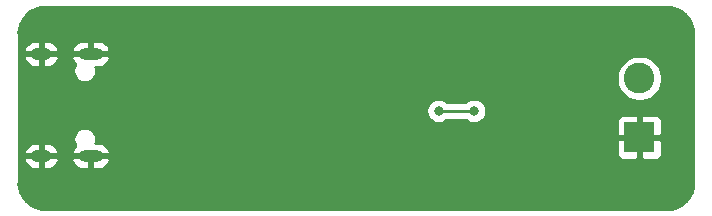
<source format=gbl>
%TF.GenerationSoftware,KiCad,Pcbnew,5.1.9*%
%TF.CreationDate,2021-04-29T00:15:12+02:00*%
%TF.ProjectId,headphoneswitch,68656164-7068-46f6-9e65-737769746368,rev?*%
%TF.SameCoordinates,Original*%
%TF.FileFunction,Copper,L2,Bot*%
%TF.FilePolarity,Positive*%
%FSLAX46Y46*%
G04 Gerber Fmt 4.6, Leading zero omitted, Abs format (unit mm)*
G04 Created by KiCad (PCBNEW 5.1.9) date 2021-04-29 00:15:12*
%MOMM*%
%LPD*%
G01*
G04 APERTURE LIST*
%TA.AperFunction,ComponentPad*%
%ADD10C,2.600000*%
%TD*%
%TA.AperFunction,ComponentPad*%
%ADD11R,2.600000X2.600000*%
%TD*%
%TA.AperFunction,ComponentPad*%
%ADD12O,2.100000X1.000000*%
%TD*%
%TA.AperFunction,ComponentPad*%
%ADD13O,1.800000X1.000000*%
%TD*%
%TA.AperFunction,ViaPad*%
%ADD14C,0.800000*%
%TD*%
%TA.AperFunction,Conductor*%
%ADD15C,0.250000*%
%TD*%
%TA.AperFunction,Conductor*%
%ADD16C,0.254000*%
%TD*%
%TA.AperFunction,Conductor*%
%ADD17C,0.100000*%
%TD*%
G04 APERTURE END LIST*
D10*
%TO.P,J2,2*%
%TO.N,Net-(J2-Pad2)*%
X162000000Y-59000000D03*
D11*
%TO.P,J2,1*%
%TO.N,GND*%
X162000000Y-64000000D03*
%TD*%
D12*
%TO.P,J1,S1*%
%TO.N,GND*%
X115530000Y-56930000D03*
X115530000Y-65570000D03*
D13*
X111350000Y-56930000D03*
X111350000Y-65570000D03*
%TD*%
D14*
%TO.N,GND*%
X119750000Y-64750000D03*
X126000000Y-57500000D03*
X124250000Y-69000000D03*
X130750000Y-61000000D03*
X153000000Y-59000000D03*
X134000000Y-65749988D03*
X137250000Y-57750000D03*
X132250000Y-57750000D03*
%TO.N,/RESET*%
X147999998Y-61750000D03*
X145000000Y-61750000D03*
%TD*%
D15*
%TO.N,/RESET*%
X145000000Y-61750000D02*
X147999998Y-61750000D01*
%TD*%
D16*
%TO.N,GND*%
X111716353Y-52935000D02*
X164283647Y-52935000D01*
X164377955Y-52925711D01*
X164703893Y-52957670D01*
X165140498Y-53089489D01*
X165543185Y-53303600D01*
X165896612Y-53591848D01*
X166187327Y-53943261D01*
X166404242Y-54344439D01*
X166539106Y-54780113D01*
X166574654Y-55118335D01*
X166565000Y-55216354D01*
X166565001Y-67783647D01*
X166574289Y-67877950D01*
X166542330Y-68203894D01*
X166410512Y-68640497D01*
X166196399Y-69043186D01*
X165908150Y-69396613D01*
X165556739Y-69687327D01*
X165155564Y-69904240D01*
X164719886Y-70039106D01*
X164235664Y-70090000D01*
X111782279Y-70090000D01*
X111296106Y-70042330D01*
X110859503Y-69910512D01*
X110456814Y-69696399D01*
X110103387Y-69408150D01*
X109812673Y-69056739D01*
X109595760Y-68655564D01*
X109460894Y-68219886D01*
X109425346Y-67881668D01*
X109435000Y-67783647D01*
X109435000Y-65871874D01*
X109855881Y-65871874D01*
X109935724Y-66094976D01*
X110057631Y-66282764D01*
X110213831Y-66443161D01*
X110398322Y-66570003D01*
X110604013Y-66658415D01*
X110823000Y-66705000D01*
X111223000Y-66705000D01*
X111223000Y-65697000D01*
X111477000Y-65697000D01*
X111477000Y-66705000D01*
X111877000Y-66705000D01*
X112095987Y-66658415D01*
X112301678Y-66570003D01*
X112486169Y-66443161D01*
X112642369Y-66282764D01*
X112764276Y-66094976D01*
X112844119Y-65871874D01*
X113885881Y-65871874D01*
X113965724Y-66094976D01*
X114087631Y-66282764D01*
X114243831Y-66443161D01*
X114428322Y-66570003D01*
X114634013Y-66658415D01*
X114853000Y-66705000D01*
X115403000Y-66705000D01*
X115403000Y-65697000D01*
X115657000Y-65697000D01*
X115657000Y-66705000D01*
X116207000Y-66705000D01*
X116425987Y-66658415D01*
X116631678Y-66570003D01*
X116816169Y-66443161D01*
X116972369Y-66282764D01*
X117094276Y-66094976D01*
X117174119Y-65871874D01*
X117047954Y-65697000D01*
X115657000Y-65697000D01*
X115403000Y-65697000D01*
X114012046Y-65697000D01*
X113885881Y-65871874D01*
X112844119Y-65871874D01*
X112717954Y-65697000D01*
X111477000Y-65697000D01*
X111223000Y-65697000D01*
X109982046Y-65697000D01*
X109855881Y-65871874D01*
X109435000Y-65871874D01*
X109435000Y-65268126D01*
X109855881Y-65268126D01*
X109982046Y-65443000D01*
X111223000Y-65443000D01*
X111223000Y-64435000D01*
X111477000Y-64435000D01*
X111477000Y-65443000D01*
X112717954Y-65443000D01*
X112844119Y-65268126D01*
X113885881Y-65268126D01*
X114012046Y-65443000D01*
X115403000Y-65443000D01*
X115403000Y-65423000D01*
X115657000Y-65423000D01*
X115657000Y-65443000D01*
X117047954Y-65443000D01*
X117151123Y-65300000D01*
X160061928Y-65300000D01*
X160074188Y-65424482D01*
X160110498Y-65544180D01*
X160169463Y-65654494D01*
X160248815Y-65751185D01*
X160345506Y-65830537D01*
X160455820Y-65889502D01*
X160575518Y-65925812D01*
X160700000Y-65938072D01*
X161714250Y-65935000D01*
X161873000Y-65776250D01*
X161873000Y-64127000D01*
X162127000Y-64127000D01*
X162127000Y-65776250D01*
X162285750Y-65935000D01*
X163300000Y-65938072D01*
X163424482Y-65925812D01*
X163544180Y-65889502D01*
X163654494Y-65830537D01*
X163751185Y-65751185D01*
X163830537Y-65654494D01*
X163889502Y-65544180D01*
X163925812Y-65424482D01*
X163938072Y-65300000D01*
X163935000Y-64285750D01*
X163776250Y-64127000D01*
X162127000Y-64127000D01*
X161873000Y-64127000D01*
X160223750Y-64127000D01*
X160065000Y-64285750D01*
X160061928Y-65300000D01*
X117151123Y-65300000D01*
X117174119Y-65268126D01*
X117094276Y-65045024D01*
X116972369Y-64857236D01*
X116816169Y-64696839D01*
X116631678Y-64569997D01*
X116425987Y-64481585D01*
X116207000Y-64435000D01*
X115946904Y-64435000D01*
X115953108Y-64420022D01*
X115990000Y-64234552D01*
X115990000Y-64045448D01*
X115953108Y-63859978D01*
X115880741Y-63685269D01*
X115775681Y-63528036D01*
X115641964Y-63394319D01*
X115484731Y-63289259D01*
X115310022Y-63216892D01*
X115124552Y-63180000D01*
X114935448Y-63180000D01*
X114749978Y-63216892D01*
X114575269Y-63289259D01*
X114418036Y-63394319D01*
X114284319Y-63528036D01*
X114179259Y-63685269D01*
X114106892Y-63859978D01*
X114070000Y-64045448D01*
X114070000Y-64234552D01*
X114106892Y-64420022D01*
X114179259Y-64594731D01*
X114246335Y-64695117D01*
X114243831Y-64696839D01*
X114087631Y-64857236D01*
X113965724Y-65045024D01*
X113885881Y-65268126D01*
X112844119Y-65268126D01*
X112764276Y-65045024D01*
X112642369Y-64857236D01*
X112486169Y-64696839D01*
X112301678Y-64569997D01*
X112095987Y-64481585D01*
X111877000Y-64435000D01*
X111477000Y-64435000D01*
X111223000Y-64435000D01*
X110823000Y-64435000D01*
X110604013Y-64481585D01*
X110398322Y-64569997D01*
X110213831Y-64696839D01*
X110057631Y-64857236D01*
X109935724Y-65045024D01*
X109855881Y-65268126D01*
X109435000Y-65268126D01*
X109435000Y-61648061D01*
X143965000Y-61648061D01*
X143965000Y-61851939D01*
X144004774Y-62051898D01*
X144082795Y-62240256D01*
X144196063Y-62409774D01*
X144340226Y-62553937D01*
X144509744Y-62667205D01*
X144698102Y-62745226D01*
X144898061Y-62785000D01*
X145101939Y-62785000D01*
X145301898Y-62745226D01*
X145490256Y-62667205D01*
X145659774Y-62553937D01*
X145703711Y-62510000D01*
X147296287Y-62510000D01*
X147340224Y-62553937D01*
X147509742Y-62667205D01*
X147698100Y-62745226D01*
X147898059Y-62785000D01*
X148101937Y-62785000D01*
X148301896Y-62745226D01*
X148411080Y-62700000D01*
X160061928Y-62700000D01*
X160065000Y-63714250D01*
X160223750Y-63873000D01*
X161873000Y-63873000D01*
X161873000Y-62223750D01*
X162127000Y-62223750D01*
X162127000Y-63873000D01*
X163776250Y-63873000D01*
X163935000Y-63714250D01*
X163938072Y-62700000D01*
X163925812Y-62575518D01*
X163889502Y-62455820D01*
X163830537Y-62345506D01*
X163751185Y-62248815D01*
X163654494Y-62169463D01*
X163544180Y-62110498D01*
X163424482Y-62074188D01*
X163300000Y-62061928D01*
X162285750Y-62065000D01*
X162127000Y-62223750D01*
X161873000Y-62223750D01*
X161714250Y-62065000D01*
X160700000Y-62061928D01*
X160575518Y-62074188D01*
X160455820Y-62110498D01*
X160345506Y-62169463D01*
X160248815Y-62248815D01*
X160169463Y-62345506D01*
X160110498Y-62455820D01*
X160074188Y-62575518D01*
X160061928Y-62700000D01*
X148411080Y-62700000D01*
X148490254Y-62667205D01*
X148659772Y-62553937D01*
X148803935Y-62409774D01*
X148917203Y-62240256D01*
X148995224Y-62051898D01*
X149034998Y-61851939D01*
X149034998Y-61648061D01*
X148995224Y-61448102D01*
X148917203Y-61259744D01*
X148803935Y-61090226D01*
X148659772Y-60946063D01*
X148490254Y-60832795D01*
X148301896Y-60754774D01*
X148101937Y-60715000D01*
X147898059Y-60715000D01*
X147698100Y-60754774D01*
X147509742Y-60832795D01*
X147340224Y-60946063D01*
X147296287Y-60990000D01*
X145703711Y-60990000D01*
X145659774Y-60946063D01*
X145490256Y-60832795D01*
X145301898Y-60754774D01*
X145101939Y-60715000D01*
X144898061Y-60715000D01*
X144698102Y-60754774D01*
X144509744Y-60832795D01*
X144340226Y-60946063D01*
X144196063Y-61090226D01*
X144082795Y-61259744D01*
X144004774Y-61448102D01*
X143965000Y-61648061D01*
X109435000Y-61648061D01*
X109435000Y-57231874D01*
X109855881Y-57231874D01*
X109935724Y-57454976D01*
X110057631Y-57642764D01*
X110213831Y-57803161D01*
X110398322Y-57930003D01*
X110604013Y-58018415D01*
X110823000Y-58065000D01*
X111223000Y-58065000D01*
X111223000Y-57057000D01*
X111477000Y-57057000D01*
X111477000Y-58065000D01*
X111877000Y-58065000D01*
X112095987Y-58018415D01*
X112301678Y-57930003D01*
X112486169Y-57803161D01*
X112642369Y-57642764D01*
X112764276Y-57454976D01*
X112844119Y-57231874D01*
X113885881Y-57231874D01*
X113965724Y-57454976D01*
X114087631Y-57642764D01*
X114243831Y-57803161D01*
X114246335Y-57804883D01*
X114179259Y-57905269D01*
X114106892Y-58079978D01*
X114070000Y-58265448D01*
X114070000Y-58454552D01*
X114106892Y-58640022D01*
X114179259Y-58814731D01*
X114284319Y-58971964D01*
X114418036Y-59105681D01*
X114575269Y-59210741D01*
X114749978Y-59283108D01*
X114935448Y-59320000D01*
X115124552Y-59320000D01*
X115310022Y-59283108D01*
X115484731Y-59210741D01*
X115641964Y-59105681D01*
X115775681Y-58971964D01*
X115880741Y-58814731D01*
X115882941Y-58809419D01*
X160065000Y-58809419D01*
X160065000Y-59190581D01*
X160139361Y-59564419D01*
X160285225Y-59916566D01*
X160496987Y-60233491D01*
X160766509Y-60503013D01*
X161083434Y-60714775D01*
X161435581Y-60860639D01*
X161809419Y-60935000D01*
X162190581Y-60935000D01*
X162564419Y-60860639D01*
X162916566Y-60714775D01*
X163233491Y-60503013D01*
X163503013Y-60233491D01*
X163714775Y-59916566D01*
X163860639Y-59564419D01*
X163935000Y-59190581D01*
X163935000Y-58809419D01*
X163860639Y-58435581D01*
X163714775Y-58083434D01*
X163503013Y-57766509D01*
X163233491Y-57496987D01*
X162916566Y-57285225D01*
X162564419Y-57139361D01*
X162190581Y-57065000D01*
X161809419Y-57065000D01*
X161435581Y-57139361D01*
X161083434Y-57285225D01*
X160766509Y-57496987D01*
X160496987Y-57766509D01*
X160285225Y-58083434D01*
X160139361Y-58435581D01*
X160065000Y-58809419D01*
X115882941Y-58809419D01*
X115953108Y-58640022D01*
X115990000Y-58454552D01*
X115990000Y-58265448D01*
X115953108Y-58079978D01*
X115946904Y-58065000D01*
X116207000Y-58065000D01*
X116425987Y-58018415D01*
X116631678Y-57930003D01*
X116816169Y-57803161D01*
X116972369Y-57642764D01*
X117094276Y-57454976D01*
X117174119Y-57231874D01*
X117047954Y-57057000D01*
X115657000Y-57057000D01*
X115657000Y-57077000D01*
X115403000Y-57077000D01*
X115403000Y-57057000D01*
X114012046Y-57057000D01*
X113885881Y-57231874D01*
X112844119Y-57231874D01*
X112717954Y-57057000D01*
X111477000Y-57057000D01*
X111223000Y-57057000D01*
X109982046Y-57057000D01*
X109855881Y-57231874D01*
X109435000Y-57231874D01*
X109435000Y-56628126D01*
X109855881Y-56628126D01*
X109982046Y-56803000D01*
X111223000Y-56803000D01*
X111223000Y-55795000D01*
X111477000Y-55795000D01*
X111477000Y-56803000D01*
X112717954Y-56803000D01*
X112844119Y-56628126D01*
X113885881Y-56628126D01*
X114012046Y-56803000D01*
X115403000Y-56803000D01*
X115403000Y-55795000D01*
X115657000Y-55795000D01*
X115657000Y-56803000D01*
X117047954Y-56803000D01*
X117174119Y-56628126D01*
X117094276Y-56405024D01*
X116972369Y-56217236D01*
X116816169Y-56056839D01*
X116631678Y-55929997D01*
X116425987Y-55841585D01*
X116207000Y-55795000D01*
X115657000Y-55795000D01*
X115403000Y-55795000D01*
X114853000Y-55795000D01*
X114634013Y-55841585D01*
X114428322Y-55929997D01*
X114243831Y-56056839D01*
X114087631Y-56217236D01*
X113965724Y-56405024D01*
X113885881Y-56628126D01*
X112844119Y-56628126D01*
X112764276Y-56405024D01*
X112642369Y-56217236D01*
X112486169Y-56056839D01*
X112301678Y-55929997D01*
X112095987Y-55841585D01*
X111877000Y-55795000D01*
X111477000Y-55795000D01*
X111223000Y-55795000D01*
X110823000Y-55795000D01*
X110604013Y-55841585D01*
X110398322Y-55929997D01*
X110213831Y-56056839D01*
X110057631Y-56217236D01*
X109935724Y-56405024D01*
X109855881Y-56628126D01*
X109435000Y-56628126D01*
X109435000Y-55216353D01*
X109425711Y-55122045D01*
X109457670Y-54796107D01*
X109589489Y-54359502D01*
X109803600Y-53956815D01*
X110091848Y-53603388D01*
X110443261Y-53312673D01*
X110844439Y-53095758D01*
X111280113Y-52960894D01*
X111618335Y-52925346D01*
X111716353Y-52935000D01*
%TA.AperFunction,Conductor*%
D17*
G36*
X111716353Y-52935000D02*
G01*
X164283647Y-52935000D01*
X164377955Y-52925711D01*
X164703893Y-52957670D01*
X165140498Y-53089489D01*
X165543185Y-53303600D01*
X165896612Y-53591848D01*
X166187327Y-53943261D01*
X166404242Y-54344439D01*
X166539106Y-54780113D01*
X166574654Y-55118335D01*
X166565000Y-55216354D01*
X166565001Y-67783647D01*
X166574289Y-67877950D01*
X166542330Y-68203894D01*
X166410512Y-68640497D01*
X166196399Y-69043186D01*
X165908150Y-69396613D01*
X165556739Y-69687327D01*
X165155564Y-69904240D01*
X164719886Y-70039106D01*
X164235664Y-70090000D01*
X111782279Y-70090000D01*
X111296106Y-70042330D01*
X110859503Y-69910512D01*
X110456814Y-69696399D01*
X110103387Y-69408150D01*
X109812673Y-69056739D01*
X109595760Y-68655564D01*
X109460894Y-68219886D01*
X109425346Y-67881668D01*
X109435000Y-67783647D01*
X109435000Y-65871874D01*
X109855881Y-65871874D01*
X109935724Y-66094976D01*
X110057631Y-66282764D01*
X110213831Y-66443161D01*
X110398322Y-66570003D01*
X110604013Y-66658415D01*
X110823000Y-66705000D01*
X111223000Y-66705000D01*
X111223000Y-65697000D01*
X111477000Y-65697000D01*
X111477000Y-66705000D01*
X111877000Y-66705000D01*
X112095987Y-66658415D01*
X112301678Y-66570003D01*
X112486169Y-66443161D01*
X112642369Y-66282764D01*
X112764276Y-66094976D01*
X112844119Y-65871874D01*
X113885881Y-65871874D01*
X113965724Y-66094976D01*
X114087631Y-66282764D01*
X114243831Y-66443161D01*
X114428322Y-66570003D01*
X114634013Y-66658415D01*
X114853000Y-66705000D01*
X115403000Y-66705000D01*
X115403000Y-65697000D01*
X115657000Y-65697000D01*
X115657000Y-66705000D01*
X116207000Y-66705000D01*
X116425987Y-66658415D01*
X116631678Y-66570003D01*
X116816169Y-66443161D01*
X116972369Y-66282764D01*
X117094276Y-66094976D01*
X117174119Y-65871874D01*
X117047954Y-65697000D01*
X115657000Y-65697000D01*
X115403000Y-65697000D01*
X114012046Y-65697000D01*
X113885881Y-65871874D01*
X112844119Y-65871874D01*
X112717954Y-65697000D01*
X111477000Y-65697000D01*
X111223000Y-65697000D01*
X109982046Y-65697000D01*
X109855881Y-65871874D01*
X109435000Y-65871874D01*
X109435000Y-65268126D01*
X109855881Y-65268126D01*
X109982046Y-65443000D01*
X111223000Y-65443000D01*
X111223000Y-64435000D01*
X111477000Y-64435000D01*
X111477000Y-65443000D01*
X112717954Y-65443000D01*
X112844119Y-65268126D01*
X113885881Y-65268126D01*
X114012046Y-65443000D01*
X115403000Y-65443000D01*
X115403000Y-65423000D01*
X115657000Y-65423000D01*
X115657000Y-65443000D01*
X117047954Y-65443000D01*
X117151123Y-65300000D01*
X160061928Y-65300000D01*
X160074188Y-65424482D01*
X160110498Y-65544180D01*
X160169463Y-65654494D01*
X160248815Y-65751185D01*
X160345506Y-65830537D01*
X160455820Y-65889502D01*
X160575518Y-65925812D01*
X160700000Y-65938072D01*
X161714250Y-65935000D01*
X161873000Y-65776250D01*
X161873000Y-64127000D01*
X162127000Y-64127000D01*
X162127000Y-65776250D01*
X162285750Y-65935000D01*
X163300000Y-65938072D01*
X163424482Y-65925812D01*
X163544180Y-65889502D01*
X163654494Y-65830537D01*
X163751185Y-65751185D01*
X163830537Y-65654494D01*
X163889502Y-65544180D01*
X163925812Y-65424482D01*
X163938072Y-65300000D01*
X163935000Y-64285750D01*
X163776250Y-64127000D01*
X162127000Y-64127000D01*
X161873000Y-64127000D01*
X160223750Y-64127000D01*
X160065000Y-64285750D01*
X160061928Y-65300000D01*
X117151123Y-65300000D01*
X117174119Y-65268126D01*
X117094276Y-65045024D01*
X116972369Y-64857236D01*
X116816169Y-64696839D01*
X116631678Y-64569997D01*
X116425987Y-64481585D01*
X116207000Y-64435000D01*
X115946904Y-64435000D01*
X115953108Y-64420022D01*
X115990000Y-64234552D01*
X115990000Y-64045448D01*
X115953108Y-63859978D01*
X115880741Y-63685269D01*
X115775681Y-63528036D01*
X115641964Y-63394319D01*
X115484731Y-63289259D01*
X115310022Y-63216892D01*
X115124552Y-63180000D01*
X114935448Y-63180000D01*
X114749978Y-63216892D01*
X114575269Y-63289259D01*
X114418036Y-63394319D01*
X114284319Y-63528036D01*
X114179259Y-63685269D01*
X114106892Y-63859978D01*
X114070000Y-64045448D01*
X114070000Y-64234552D01*
X114106892Y-64420022D01*
X114179259Y-64594731D01*
X114246335Y-64695117D01*
X114243831Y-64696839D01*
X114087631Y-64857236D01*
X113965724Y-65045024D01*
X113885881Y-65268126D01*
X112844119Y-65268126D01*
X112764276Y-65045024D01*
X112642369Y-64857236D01*
X112486169Y-64696839D01*
X112301678Y-64569997D01*
X112095987Y-64481585D01*
X111877000Y-64435000D01*
X111477000Y-64435000D01*
X111223000Y-64435000D01*
X110823000Y-64435000D01*
X110604013Y-64481585D01*
X110398322Y-64569997D01*
X110213831Y-64696839D01*
X110057631Y-64857236D01*
X109935724Y-65045024D01*
X109855881Y-65268126D01*
X109435000Y-65268126D01*
X109435000Y-61648061D01*
X143965000Y-61648061D01*
X143965000Y-61851939D01*
X144004774Y-62051898D01*
X144082795Y-62240256D01*
X144196063Y-62409774D01*
X144340226Y-62553937D01*
X144509744Y-62667205D01*
X144698102Y-62745226D01*
X144898061Y-62785000D01*
X145101939Y-62785000D01*
X145301898Y-62745226D01*
X145490256Y-62667205D01*
X145659774Y-62553937D01*
X145703711Y-62510000D01*
X147296287Y-62510000D01*
X147340224Y-62553937D01*
X147509742Y-62667205D01*
X147698100Y-62745226D01*
X147898059Y-62785000D01*
X148101937Y-62785000D01*
X148301896Y-62745226D01*
X148411080Y-62700000D01*
X160061928Y-62700000D01*
X160065000Y-63714250D01*
X160223750Y-63873000D01*
X161873000Y-63873000D01*
X161873000Y-62223750D01*
X162127000Y-62223750D01*
X162127000Y-63873000D01*
X163776250Y-63873000D01*
X163935000Y-63714250D01*
X163938072Y-62700000D01*
X163925812Y-62575518D01*
X163889502Y-62455820D01*
X163830537Y-62345506D01*
X163751185Y-62248815D01*
X163654494Y-62169463D01*
X163544180Y-62110498D01*
X163424482Y-62074188D01*
X163300000Y-62061928D01*
X162285750Y-62065000D01*
X162127000Y-62223750D01*
X161873000Y-62223750D01*
X161714250Y-62065000D01*
X160700000Y-62061928D01*
X160575518Y-62074188D01*
X160455820Y-62110498D01*
X160345506Y-62169463D01*
X160248815Y-62248815D01*
X160169463Y-62345506D01*
X160110498Y-62455820D01*
X160074188Y-62575518D01*
X160061928Y-62700000D01*
X148411080Y-62700000D01*
X148490254Y-62667205D01*
X148659772Y-62553937D01*
X148803935Y-62409774D01*
X148917203Y-62240256D01*
X148995224Y-62051898D01*
X149034998Y-61851939D01*
X149034998Y-61648061D01*
X148995224Y-61448102D01*
X148917203Y-61259744D01*
X148803935Y-61090226D01*
X148659772Y-60946063D01*
X148490254Y-60832795D01*
X148301896Y-60754774D01*
X148101937Y-60715000D01*
X147898059Y-60715000D01*
X147698100Y-60754774D01*
X147509742Y-60832795D01*
X147340224Y-60946063D01*
X147296287Y-60990000D01*
X145703711Y-60990000D01*
X145659774Y-60946063D01*
X145490256Y-60832795D01*
X145301898Y-60754774D01*
X145101939Y-60715000D01*
X144898061Y-60715000D01*
X144698102Y-60754774D01*
X144509744Y-60832795D01*
X144340226Y-60946063D01*
X144196063Y-61090226D01*
X144082795Y-61259744D01*
X144004774Y-61448102D01*
X143965000Y-61648061D01*
X109435000Y-61648061D01*
X109435000Y-57231874D01*
X109855881Y-57231874D01*
X109935724Y-57454976D01*
X110057631Y-57642764D01*
X110213831Y-57803161D01*
X110398322Y-57930003D01*
X110604013Y-58018415D01*
X110823000Y-58065000D01*
X111223000Y-58065000D01*
X111223000Y-57057000D01*
X111477000Y-57057000D01*
X111477000Y-58065000D01*
X111877000Y-58065000D01*
X112095987Y-58018415D01*
X112301678Y-57930003D01*
X112486169Y-57803161D01*
X112642369Y-57642764D01*
X112764276Y-57454976D01*
X112844119Y-57231874D01*
X113885881Y-57231874D01*
X113965724Y-57454976D01*
X114087631Y-57642764D01*
X114243831Y-57803161D01*
X114246335Y-57804883D01*
X114179259Y-57905269D01*
X114106892Y-58079978D01*
X114070000Y-58265448D01*
X114070000Y-58454552D01*
X114106892Y-58640022D01*
X114179259Y-58814731D01*
X114284319Y-58971964D01*
X114418036Y-59105681D01*
X114575269Y-59210741D01*
X114749978Y-59283108D01*
X114935448Y-59320000D01*
X115124552Y-59320000D01*
X115310022Y-59283108D01*
X115484731Y-59210741D01*
X115641964Y-59105681D01*
X115775681Y-58971964D01*
X115880741Y-58814731D01*
X115882941Y-58809419D01*
X160065000Y-58809419D01*
X160065000Y-59190581D01*
X160139361Y-59564419D01*
X160285225Y-59916566D01*
X160496987Y-60233491D01*
X160766509Y-60503013D01*
X161083434Y-60714775D01*
X161435581Y-60860639D01*
X161809419Y-60935000D01*
X162190581Y-60935000D01*
X162564419Y-60860639D01*
X162916566Y-60714775D01*
X163233491Y-60503013D01*
X163503013Y-60233491D01*
X163714775Y-59916566D01*
X163860639Y-59564419D01*
X163935000Y-59190581D01*
X163935000Y-58809419D01*
X163860639Y-58435581D01*
X163714775Y-58083434D01*
X163503013Y-57766509D01*
X163233491Y-57496987D01*
X162916566Y-57285225D01*
X162564419Y-57139361D01*
X162190581Y-57065000D01*
X161809419Y-57065000D01*
X161435581Y-57139361D01*
X161083434Y-57285225D01*
X160766509Y-57496987D01*
X160496987Y-57766509D01*
X160285225Y-58083434D01*
X160139361Y-58435581D01*
X160065000Y-58809419D01*
X115882941Y-58809419D01*
X115953108Y-58640022D01*
X115990000Y-58454552D01*
X115990000Y-58265448D01*
X115953108Y-58079978D01*
X115946904Y-58065000D01*
X116207000Y-58065000D01*
X116425987Y-58018415D01*
X116631678Y-57930003D01*
X116816169Y-57803161D01*
X116972369Y-57642764D01*
X117094276Y-57454976D01*
X117174119Y-57231874D01*
X117047954Y-57057000D01*
X115657000Y-57057000D01*
X115657000Y-57077000D01*
X115403000Y-57077000D01*
X115403000Y-57057000D01*
X114012046Y-57057000D01*
X113885881Y-57231874D01*
X112844119Y-57231874D01*
X112717954Y-57057000D01*
X111477000Y-57057000D01*
X111223000Y-57057000D01*
X109982046Y-57057000D01*
X109855881Y-57231874D01*
X109435000Y-57231874D01*
X109435000Y-56628126D01*
X109855881Y-56628126D01*
X109982046Y-56803000D01*
X111223000Y-56803000D01*
X111223000Y-55795000D01*
X111477000Y-55795000D01*
X111477000Y-56803000D01*
X112717954Y-56803000D01*
X112844119Y-56628126D01*
X113885881Y-56628126D01*
X114012046Y-56803000D01*
X115403000Y-56803000D01*
X115403000Y-55795000D01*
X115657000Y-55795000D01*
X115657000Y-56803000D01*
X117047954Y-56803000D01*
X117174119Y-56628126D01*
X117094276Y-56405024D01*
X116972369Y-56217236D01*
X116816169Y-56056839D01*
X116631678Y-55929997D01*
X116425987Y-55841585D01*
X116207000Y-55795000D01*
X115657000Y-55795000D01*
X115403000Y-55795000D01*
X114853000Y-55795000D01*
X114634013Y-55841585D01*
X114428322Y-55929997D01*
X114243831Y-56056839D01*
X114087631Y-56217236D01*
X113965724Y-56405024D01*
X113885881Y-56628126D01*
X112844119Y-56628126D01*
X112764276Y-56405024D01*
X112642369Y-56217236D01*
X112486169Y-56056839D01*
X112301678Y-55929997D01*
X112095987Y-55841585D01*
X111877000Y-55795000D01*
X111477000Y-55795000D01*
X111223000Y-55795000D01*
X110823000Y-55795000D01*
X110604013Y-55841585D01*
X110398322Y-55929997D01*
X110213831Y-56056839D01*
X110057631Y-56217236D01*
X109935724Y-56405024D01*
X109855881Y-56628126D01*
X109435000Y-56628126D01*
X109435000Y-55216353D01*
X109425711Y-55122045D01*
X109457670Y-54796107D01*
X109589489Y-54359502D01*
X109803600Y-53956815D01*
X110091848Y-53603388D01*
X110443261Y-53312673D01*
X110844439Y-53095758D01*
X111280113Y-52960894D01*
X111618335Y-52925346D01*
X111716353Y-52935000D01*
G37*
%TD.AperFunction*%
%TD*%
M02*

</source>
